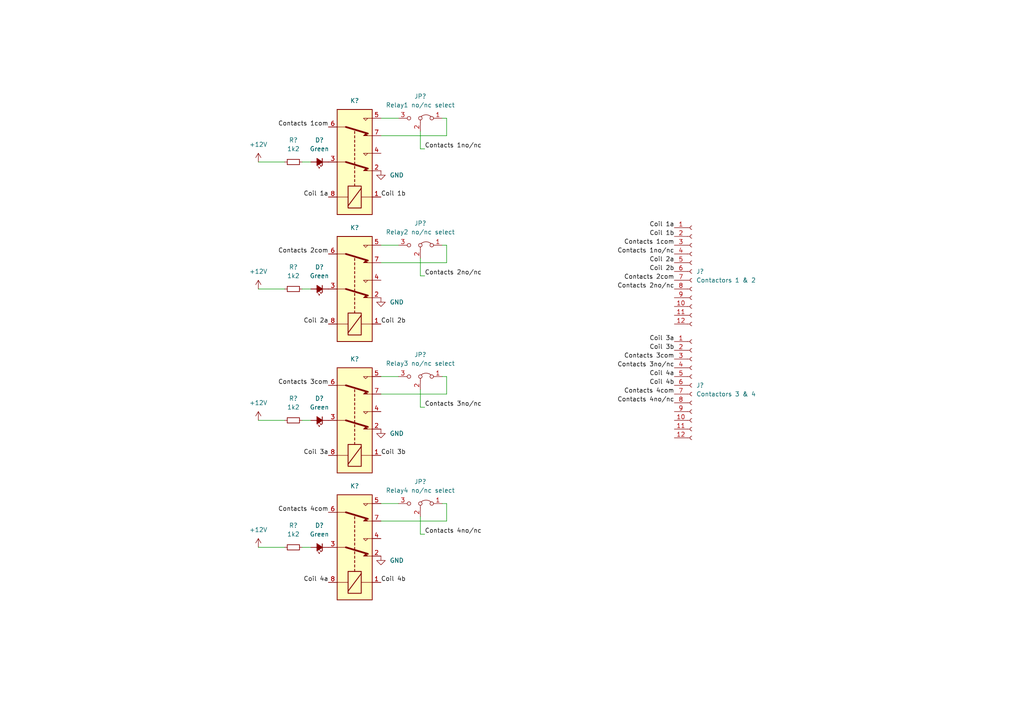
<source format=kicad_sch>
(kicad_sch (version 20211123) (generator eeschema)
  (paper "A4")
  (lib_symbols
    (symbol "Connector:Conn_01x12_Female" (pin_names (offset 1.016) hide)
      (property "Reference" "J" (at 0 15.24 0))
      (property "Value" "Conn_01x12_Female" (at 0 -17.78 0))
      (symbol "Conn_01x12_Female_1_1"
        (arc (start 0 -14.732) (mid -0.508 -15.24) (end 0 -15.748) (stroke (width 0.1524)))
        (arc (start 0 -12.192) (mid -0.508 -12.7) (end 0 -13.208) (stroke (width 0.1524)))
        (arc (start 0 -9.652) (mid -0.508 -10.16) (end 0 -10.668) (stroke (width 0.1524)))
        (arc (start 0 -7.112) (mid -0.508 -7.62) (end 0 -8.128) (stroke (width 0.1524)))
        (arc (start 0 -4.572) (mid -0.508 -5.08) (end 0 -5.588) (stroke (width 0.1524)))
        (arc (start 0 -2.032) (mid -0.508 -2.54) (end 0 -3.048) (stroke (width 0.1524)))
        (polyline (pts (xy -1.27 -15.24) (xy -0.508 -15.24)) (stroke (width 0.1524)))
        (polyline (pts (xy -1.27 -12.7) (xy -0.508 -12.7)) (stroke (width 0.1524)))
        (polyline (pts (xy -1.27 -10.16) (xy -0.508 -10.16)) (stroke (width 0.1524)))
        (polyline (pts (xy -1.27 -7.62) (xy -0.508 -7.62)) (stroke (width 0.1524)))
        (polyline (pts (xy -1.27 -5.08) (xy -0.508 -5.08)) (stroke (width 0.1524)))
        (polyline (pts (xy -1.27 -2.54) (xy -0.508 -2.54)) (stroke (width 0.1524)))
        (polyline (pts (xy -1.27 0) (xy -0.508 0)) (stroke (width 0.1524)))
        (polyline (pts (xy -1.27 2.54) (xy -0.508 2.54)) (stroke (width 0.1524)))
        (polyline (pts (xy -1.27 5.08) (xy -0.508 5.08)) (stroke (width 0.1524)))
        (polyline (pts (xy -1.27 7.62) (xy -0.508 7.62)) (stroke (width 0.1524)))
        (polyline (pts (xy -1.27 10.16) (xy -0.508 10.16)) (stroke (width 0.1524)))
        (polyline (pts (xy -1.27 12.7) (xy -0.508 12.7)) (stroke (width 0.1524)))
        (arc (start 0 0.508) (mid -0.508 0) (end 0 -0.508) (stroke (width 0.1524)))
        (arc (start 0 3.048) (mid -0.508 2.54) (end 0 2.032) (stroke (width 0.1524)))
        (arc (start 0 5.588) (mid -0.508 5.08) (end 0 4.572) (stroke (width 0.1524)))
        (arc (start 0 8.128) (mid -0.508 7.62) (end 0 7.112) (stroke (width 0.1524)))
        (arc (start 0 10.668) (mid -0.508 10.16) (end 0 9.652) (stroke (width 0.1524)))
        (arc (start 0 13.208) (mid -0.508 12.7) (end 0 12.192) (stroke (width 0.1524)))
        (pin passive line (at -5.08 12.7 0) (length 3.81) (name "Pin_1") (number "1"))
        (pin passive line (at -5.08 -10.16 0) (length 3.81) (name "Pin_10") (number "10"))
        (pin passive line (at -5.08 -12.7 0) (length 3.81) (name "Pin_11") (number "11"))
        (pin passive line (at -5.08 -15.24 0) (length 3.81) (name "Pin_12") (number "12"))
        (pin passive line (at -5.08 10.16 0) (length 3.81) (name "Pin_2") (number "2"))
        (pin passive line (at -5.08 7.62 0) (length 3.81) (name "Pin_3") (number "3"))
        (pin passive line (at -5.08 5.08 0) (length 3.81) (name "Pin_4") (number "4"))
        (pin passive line (at -5.08 2.54 0) (length 3.81) (name "Pin_5") (number "5"))
        (pin passive line (at -5.08 0 0) (length 3.81) (name "Pin_6") (number "6"))
        (pin passive line (at -5.08 -2.54 0) (length 3.81) (name "Pin_7") (number "7"))
        (pin passive line (at -5.08 -5.08 0) (length 3.81) (name "Pin_8") (number "8"))
        (pin passive line (at -5.08 -7.62 0) (length 3.81) (name "Pin_9") (number "9"))
      )
    )
    (symbol "Device:LED_Small_Filled" (pin_numbers hide) (pin_names (offset 0.254) hide)
      (property "Reference" "D" (at -1.27 3.175 0))
      (property "Value" "LED_Small_Filled" (at -4.445 -2.54 0))
      (symbol "LED_Small_Filled_0_1"
        (polyline (pts (xy -0.762 -1.016) (xy -0.762 1.016)) (stroke (width 0.254)))
        (polyline (pts (xy 1.016 0) (xy -0.762 0)))
        (polyline (pts (xy 0.762 -1.016) (xy -0.762 0) (xy 0.762 1.016) (xy 0.762 -1.016)) (stroke (width 0.254)) (fill (type outline)))
        (polyline (pts (xy 0 0.762) (xy -0.508 1.27) (xy -0.254 1.27) (xy -0.508 1.27) (xy -0.508 1.016)))
        (polyline (pts (xy 0.508 1.27) (xy 0 1.778) (xy 0.254 1.778) (xy 0 1.778) (xy 0 1.524)))
      )
      (symbol "LED_Small_Filled_1_1"
        (pin passive line (at -2.54 0 0) (length 1.778) (name "K") (number "1"))
        (pin passive line (at 2.54 0 180) (length 1.778) (name "A") (number "2"))
      )
    )
    (symbol "Device:R_Small" (pin_numbers hide) (pin_names (offset 0.254) hide)
      (property "Reference" "R" (at 0.762 0.508 0))
      (property "Value" "R_Small" (at 0.762 -1.016 0))
      (symbol "R_Small_0_1"
        (rectangle (start -0.762 1.778) (end 0.762 -1.778) (stroke (width 0.2032)))
      )
      (symbol "R_Small_1_1"
        (pin passive line (at 0 2.54 270) (length 0.762) (name "~") (number "1"))
        (pin passive line (at 0 -2.54 90) (length 0.762) (name "~") (number "2"))
      )
    )
    (symbol "Jumper:Jumper_3_Bridged12" (pin_names (offset 0) hide)
      (property "Reference" "JP" (at -2.54 -2.54 0))
      (property "Value" "Jumper_3_Bridged12" (at 0 2.794 0))
      (symbol "Jumper_3_Bridged12_0_0"
        (circle (center -3.302 0) (radius 0.508))
        (circle (center 0 0) (radius 0.508))
        (circle (center 3.302 0) (radius 0.508))
      )
      (symbol "Jumper_3_Bridged12_0_1"
        (arc (start -0.254 0.508) (mid -1.651 0.9912) (end -3.048 0.508))
        (polyline (pts (xy 0 -1.27) (xy 0 -0.508)))
      )
      (symbol "Jumper_3_Bridged12_1_1"
        (pin passive line (at -6.35 0 0) (length 2.54) (name "A") (number "1"))
        (pin passive line (at 0 -3.81 90) (length 2.54) (name "C") (number "2"))
        (pin passive line (at 6.35 0 180) (length 2.54) (name "B") (number "3"))
      )
    )
    (symbol "Relay:G2RL-2-DC24"
      (property "Reference" "RL" (at 16.51 3.81 0))
      (property "Value" "G2RL-2-DC24" (at 16.51 1.27 0))
      (symbol "G2RL-2-DC24_0_1"
        (rectangle (start -15.24 5.08) (end 15.24 -5.08) (stroke (width 0.254)) (fill (type background)))
        (rectangle (start -13.335 1.905) (end -6.985 -1.905) (stroke (width 0.254)))
        (polyline (pts (xy -12.7 -1.905) (xy -7.62 1.905)) (stroke (width 0.254)))
        (polyline (pts (xy -10.16 -5.08) (xy -10.16 -1.905)))
        (polyline (pts (xy -10.16 5.08) (xy -10.16 1.905)))
        (polyline (pts (xy -6.985 0) (xy -6.35 0)) (stroke (width 0.254)))
        (polyline (pts (xy -5.715 0) (xy -5.08 0)) (stroke (width 0.254)))
        (polyline (pts (xy -4.445 0) (xy -3.81 0)) (stroke (width 0.254)))
        (polyline (pts (xy -3.175 0) (xy -2.54 0)) (stroke (width 0.254)))
        (polyline (pts (xy -1.905 0) (xy -1.27 0)) (stroke (width 0.254)))
        (polyline (pts (xy -0.635 0) (xy 0 0)) (stroke (width 0.254)))
        (polyline (pts (xy 0 -2.54) (xy -1.905 3.81)) (stroke (width 0.508)))
        (polyline (pts (xy 0 -2.54) (xy 0 -5.08)))
        (polyline (pts (xy 0.635 0) (xy 1.27 0)) (stroke (width 0.254)))
        (polyline (pts (xy 1.905 0) (xy 2.54 0)) (stroke (width 0.254)))
        (polyline (pts (xy 3.175 0) (xy 3.81 0)) (stroke (width 0.254)))
        (polyline (pts (xy 4.445 0) (xy 5.08 0)) (stroke (width 0.254)))
        (polyline (pts (xy 5.715 0) (xy 6.35 0)) (stroke (width 0.254)))
        (polyline (pts (xy 6.985 0) (xy 7.62 0)) (stroke (width 0.254)))
        (polyline (pts (xy 8.255 0) (xy 8.89 0)) (stroke (width 0.254)))
        (polyline (pts (xy 10.16 -2.54) (xy 8.255 3.81)) (stroke (width 0.508)))
        (polyline (pts (xy 10.16 -2.54) (xy 10.16 -5.08)))
        (polyline (pts (xy -2.54 5.08) (xy -2.54 2.54) (xy -1.905 3.175) (xy -2.54 3.81)) (fill (type outline)))
        (polyline (pts (xy 2.54 5.08) (xy 2.54 2.54) (xy 1.905 3.175) (xy 2.54 3.81)))
        (polyline (pts (xy 7.62 5.08) (xy 7.62 2.54) (xy 8.255 3.175) (xy 7.62 3.81)) (fill (type outline)))
        (polyline (pts (xy 12.7 5.08) (xy 12.7 2.54) (xy 12.065 3.175) (xy 12.7 3.81)))
      )
      (symbol "G2RL-2-DC24_1_1"
        (pin passive line (at -10.16 7.62 270) (length 2.54) (name "~") (number "1"))
        (pin passive line (at -2.54 7.62 270) (length 2.54) (name "~") (number "2"))
        (pin passive line (at 0 -7.62 90) (length 2.54) (name "~") (number "3"))
        (pin passive line (at 2.54 7.62 270) (length 2.54) (name "~") (number "4"))
        (pin passive line (at 12.7 7.62 270) (length 2.54) (name "~") (number "5"))
        (pin passive line (at 10.16 -7.62 90) (length 2.54) (name "~") (number "6"))
        (pin passive line (at 7.62 7.62 270) (length 2.54) (name "~") (number "7"))
        (pin passive line (at -10.16 -7.62 90) (length 2.54) (name "~") (number "8"))
      )
    )
    (symbol "power:+12V" (power) (pin_names (offset 0))
      (property "Value" "+12V" (at 0 3.556 0))
      (symbol "+12V_0_1"
        (polyline (pts (xy -0.762 1.27) (xy 0 2.54)))
        (polyline (pts (xy 0 0) (xy 0 2.54)))
        (polyline (pts (xy 0 2.54) (xy 0.762 1.27)))
      )
      (symbol "+12V_1_1"
        (pin power_in line (at 0 0 90) (length 0) hide (name "+12V") (number "1"))
      )
    )
    (symbol "power:GND" (power) (pin_names (offset 0))
      (property "Value" "GND" (at 0 -3.81 0))
      (symbol "GND_0_1"
        (polyline (pts (xy 0 0) (xy 0 -1.27) (xy 1.27 -1.27) (xy 0 -2.54) (xy -1.27 -1.27) (xy 0 -1.27)))
      )
      (symbol "GND_1_1"
        (pin power_in line (at 0 0 270) (length 0) hide (name "GND") (number "1"))
      )
    )
  )
  (wire (pts (xy 129.54 109.22) (xy 129.54 114.3)))
  (wire (pts (xy 87.63 46.99) (xy 90.17 46.99)))
  (wire (pts (xy 128.27 71.12) (xy 129.54 71.12)))
  (wire (pts (xy 74.93 46.99) (xy 82.55 46.99)))
  (wire (pts (xy 121.92 38.1) (xy 121.92 43.18)))
  (wire (pts (xy 74.93 121.92) (xy 82.55 121.92)))
  (wire (pts (xy 87.63 83.82) (xy 90.17 83.82)))
  (wire (pts (xy 129.54 71.12) (xy 129.54 76.2)))
  (wire (pts (xy 129.54 34.29) (xy 129.54 39.37)))
  (wire (pts (xy 121.92 43.18) (xy 123.19 43.18)))
  (wire (pts (xy 87.63 121.92) (xy 90.17 121.92)))
  (wire (pts (xy 110.49 151.13) (xy 129.54 151.13)))
  (wire (pts (xy 110.49 76.2) (xy 129.54 76.2)))
  (wire (pts (xy 121.92 74.93) (xy 121.92 80.01)))
  (wire (pts (xy 128.27 109.22) (xy 129.54 109.22)))
  (wire (pts (xy 110.49 71.12) (xy 115.57 71.12)))
  (wire (pts (xy 121.92 149.86) (xy 121.92 154.94)))
  (wire (pts (xy 128.27 34.29) (xy 129.54 34.29)))
  (wire (pts (xy 121.92 80.01) (xy 123.19 80.01)))
  (wire (pts (xy 74.93 83.82) (xy 82.55 83.82)))
  (wire (pts (xy 87.63 158.75) (xy 90.17 158.75)))
  (wire (pts (xy 110.49 109.22) (xy 115.57 109.22)))
  (wire (pts (xy 128.27 146.05) (xy 129.54 146.05)))
  (wire (pts (xy 110.49 34.29) (xy 115.57 34.29)))
  (wire (pts (xy 110.49 39.37) (xy 129.54 39.37)))
  (wire (pts (xy 110.49 114.3) (xy 129.54 114.3)))
  (wire (pts (xy 121.92 113.03) (xy 121.92 118.11)))
  (wire (pts (xy 129.54 146.05) (xy 129.54 151.13)))
  (wire (pts (xy 110.49 146.05) (xy 115.57 146.05)))
  (wire (pts (xy 121.92 154.94) (xy 123.19 154.94)))
  (wire (pts (xy 121.92 118.11) (xy 123.19 118.11)))
  (wire (pts (xy 74.93 158.75) (xy 82.55 158.75)))
  (label "Contacts 1no{slash}nc" (at 123.19 43.18 0))
  (label "Contacts 3no{slash}nc" (at 195.58 106.68 180))
  (label "Coil 2a" (at 195.58 76.2 180))
  (label "Contacts 2no{slash}nc" (at 123.19 80.01 0))
  (label "Coil 4b" (at 110.49 168.91 0))
  (label "Contacts 4no{slash}nc" (at 195.58 116.84 180))
  (label "Contacts 3com" (at 95.25 111.76 180))
  (label "Coil 4a" (at 195.58 109.22 180))
  (label "Contacts 1no{slash}nc" (at 195.58 73.66 180))
  (label "Contacts 1com" (at 195.58 71.12 180))
  (label "Contacts 3com" (at 195.58 104.14 180))
  (label "Coil 1a" (at 195.58 66.04 180))
  (label "Coil 2a" (at 95.25 93.98 180))
  (label "Coil 1b" (at 110.49 57.15 0))
  (label "Coil 4b" (at 195.58 111.76 180))
  (label "Contacts 4no{slash}nc" (at 123.19 154.94 0))
  (label "Coil 3a" (at 195.58 99.06 180))
  (label "Coil 2b" (at 110.49 93.98 0))
  (label "Contacts 1com" (at 95.25 36.83 180))
  (label "Coil 4a" (at 95.25 168.91 180))
  (label "Coil 3a" (at 95.25 132.08 180))
  (label "Contacts 2no{slash}nc" (at 195.58 83.82 180))
  (label "Contacts 4com" (at 195.58 114.3 180))
  (label "Contacts 4com" (at 95.25 148.59 180))
  (label "Coil 1a" (at 95.25 57.15 180))
  (label "Contacts 2com" (at 195.58 81.28 180))
  (label "Coil 1b" (at 195.58 68.58 180))
  (label "Contacts 3no{slash}nc" (at 123.19 118.11 0))
  (label "Coil 3b" (at 195.58 101.6 180))
  (label "Coil 3b" (at 110.49 132.08 0))
  (label "Contacts 2com" (at 95.25 73.66 180))
  (label "Coil 2b" (at 195.58 78.74 180))
  (symbol (lib_id "Device:LED_Small_Filled") (at 92.71 121.92 180) (unit 1)
    (property "Reference" "D?" (at 92.6465 115.57 0))
    (property "Value" "Green" (at 92.6465 118.11 0))
    (property "Footprint" "Diode_SMD:D_1206_3216Metric_Pad1.42x1.75mm_HandSolder" (effects hide))
    (property "Datasheet" "https://www.we-online.com/katalog/datasheet/150080VS75000.pdf" (effects hide))
    (property "DigiKey #" "732-4986-1-ND" (effects hide))
    (property "Manufacturer #" "150080VS75000" (effects hide))
    (property "Manufacturer" "Würth Elektronik" (effects hide))
    (property "Farnell #" "2322081" (effects hide))
    (property "Mouser #" "710-150080VS75000" (effects hide))
    (property "RS #" "8154237P" (effects hide))
  )
  (symbol (lib_id "Connector:Conn_01x12_Female") (at 200.66 78.74 0) (unit 1)
    (property "Reference" "J?" (at 201.93 78.7399 0) (effects (justify left)))
    (property "Value" "Contactors 1 & 2" (at 201.93 81.2799 0) (effects (justify left)))
    (property "Footprint" "Connectors:Wurth P2.5 x 12" (effects hide))
  )
  (symbol (lib_id "power:GND") (at 110.49 161.29 0) (unit 1)
    (property "Reference" "#PWR?" (effects hide))
    (property "Value" "GND" (at 113.03 162.5599 0) (effects (justify left)))
  )
  (symbol (lib_id "Relay:G2RL-2-DC24") (at 102.87 158.75 270) (mirror x) (unit 1)
    (property "Reference" "K?" (at 102.87 140.97 90))
    (property "Value" "RM84-2012-35-1048" (effects hide))
    (property "Footprint" "Connectors:RM84-2012-35-1048" (effects hide))
    (property "DigiKey #" "Z117-ND" (effects hide))
    (property "Manufacture" "Omron Electronics Inc-EMC Div" (effects hide))
    (property "Manufacturer #" "G6K-2P DC12" (effects hide))
  )
  (symbol (lib_id "Jumper:Jumper_3_Bridged12") (at 121.92 34.29 0) (mirror y) (unit 1)
    (property "Reference" "JP?" (at 121.92 27.94 0))
    (property "Value" "Relay1 no/nc select" (at 121.92 30.48 0))
    (property "Footprint" "Jumper:SolderJumper-3_P1.3mm_Bridged12_Pad1.0x1.5mm_NumberLabels" (effects hide))
  )
  (symbol (lib_id "Connector:Conn_01x12_Female") (at 200.66 111.76 0) (unit 1)
    (property "Reference" "J?" (at 201.93 111.7599 0) (effects (justify left)))
    (property "Value" "Contactors 3 & 4" (at 201.93 114.2999 0) (effects (justify left)))
    (property "Footprint" "Connectors:Wurth P2.5 x 12" (effects hide))
  )
  (symbol (lib_id "power:+12V") (at 74.93 46.99 0) (unit 1)
    (property "Reference" "#PWR?" (effects hide))
    (property "Value" "+12V" (at 74.93 41.91 0))
  )
  (symbol (lib_id "Relay:G2RL-2-DC24") (at 102.87 46.99 270) (mirror x) (unit 1)
    (property "Reference" "K?" (at 102.87 29.21 90))
    (property "Value" "RM84-2012-35-1048" (effects hide))
    (property "Footprint" "Connectors:RM84-2012-35-1048" (effects hide))
    (property "DigiKey #" "Z117-ND" (effects hide))
    (property "Manufacture" "Omron Electronics Inc-EMC Div" (effects hide))
    (property "Manufacturer #" "G6K-2P DC12" (effects hide))
  )
  (symbol (lib_id "power:+12V") (at 74.93 83.82 0) (unit 1)
    (property "Reference" "#PWR?" (effects hide))
    (property "Value" "+12V" (at 74.93 78.74 0))
  )
  (symbol (lib_id "Device:R_Small") (at 85.09 46.99 90) (unit 1)
    (property "Reference" "R?" (at 85.09 40.64 90))
    (property "Value" "1k2" (at 85.09 43.18 90))
    (property "Footprint" "Resistor_SMD:R_1206_3216Metric_Pad1.30x1.75mm_HandSolder" (effects hide))
    (property "Datasheet" "https://industrial.panasonic.com/ww/products/pt/general-purpose-chip-resistors/models/ERJ6GEYJ681V" (effects hide))
    (property "DigiKey #" "P680ACT-ND" (effects hide))
    (property "Manufacturer #" "ERJ-6GEYJ681V" (effects hide))
    (property "Manufacturer" "Panasonic Electronics Company" (effects hide))
    (property "Farnell #" "2057697" (effects hide))
  )
  (symbol (lib_id "Device:R_Small") (at 85.09 121.92 90) (unit 1)
    (property "Reference" "R?" (at 85.09 115.57 90))
    (property "Value" "1k2" (at 85.09 118.11 90))
    (property "Footprint" "Resistor_SMD:R_1206_3216Metric_Pad1.30x1.75mm_HandSolder" (effects hide))
    (property "Datasheet" "https://industrial.panasonic.com/ww/products/pt/general-purpose-chip-resistors/models/ERJ6GEYJ681V" (effects hide))
    (property "DigiKey #" "P680ACT-ND" (effects hide))
    (property "Manufacturer #" "ERJ-6GEYJ681V" (effects hide))
    (property "Manufacturer" "Panasonic Electronics Company" (effects hide))
    (property "Farnell #" "2057697" (effects hide))
  )
  (symbol (lib_id "Jumper:Jumper_3_Bridged12") (at 121.92 109.22 0) (mirror y) (unit 1)
    (property "Reference" "JP?" (at 121.92 102.87 0))
    (property "Value" "Relay3 no/nc select" (at 121.92 105.41 0))
    (property "Footprint" "Jumper:SolderJumper-3_P1.3mm_Bridged12_Pad1.0x1.5mm_NumberLabels" (effects hide))
  )
  (symbol (lib_id "Device:R_Small") (at 85.09 83.82 90) (unit 1)
    (property "Reference" "R?" (at 85.09 77.47 90))
    (property "Value" "1k2" (at 85.09 80.01 90))
    (property "Footprint" "Resistor_SMD:R_1206_3216Metric_Pad1.30x1.75mm_HandSolder" (effects hide))
    (property "Datasheet" "https://industrial.panasonic.com/ww/products/pt/general-purpose-chip-resistors/models/ERJ6GEYJ681V" (effects hide))
    (property "DigiKey #" "P680ACT-ND" (effects hide))
    (property "Manufacturer #" "ERJ-6GEYJ681V" (effects hide))
    (property "Manufacturer" "Panasonic Electronics Company" (effects hide))
    (property "Farnell #" "2057697" (effects hide))
  )
  (symbol (lib_id "Jumper:Jumper_3_Bridged12") (at 121.92 71.12 0) (mirror y) (unit 1)
    (property "Reference" "JP?" (at 121.92 64.77 0))
    (property "Value" "Relay2 no/nc select" (at 121.92 67.31 0))
    (property "Footprint" "Jumper:SolderJumper-3_P1.3mm_Bridged12_Pad1.0x1.5mm_NumberLabels" (effects hide))
  )
  (symbol (lib_id "Device:LED_Small_Filled") (at 92.71 158.75 180) (unit 1)
    (property "Reference" "D?" (at 92.6465 152.4 0))
    (property "Value" "Green" (at 92.6465 154.94 0))
    (property "Footprint" "Diode_SMD:D_1206_3216Metric_Pad1.42x1.75mm_HandSolder" (effects hide))
    (property "Datasheet" "https://www.we-online.com/katalog/datasheet/150080VS75000.pdf" (effects hide))
    (property "DigiKey #" "732-4986-1-ND" (effects hide))
    (property "Manufacturer #" "150080VS75000" (effects hide))
    (property "Manufacturer" "Würth Elektronik" (effects hide))
    (property "Farnell #" "2322081" (effects hide))
    (property "Mouser #" "710-150080VS75000" (effects hide))
    (property "RS #" "8154237P" (effects hide))
  )
  (symbol (lib_id "Relay:G2RL-2-DC24") (at 102.87 121.92 270) (mirror x) (unit 1)
    (property "Reference" "K?" (at 102.87 104.14 90))
    (property "Value" "RM84-2012-35-1048" (effects hide))
    (property "Footprint" "Connectors:RM84-2012-35-1048" (effects hide))
    (property "DigiKey #" "Z117-ND" (effects hide))
    (property "Manufacture" "Omron Electronics Inc-EMC Div" (effects hide))
    (property "Manufacturer #" "G6K-2P DC12" (effects hide))
  )
  (symbol (lib_id "power:+12V") (at 74.93 121.92 0) (unit 1)
    (property "Reference" "#PWR?" (effects hide))
    (property "Value" "+12V" (at 74.93 116.84 0))
  )
  (symbol (lib_id "Device:LED_Small_Filled") (at 92.71 46.99 180) (unit 1)
    (property "Reference" "D?" (at 92.6465 40.64 0))
    (property "Value" "Green" (at 92.6465 43.18 0))
    (property "Footprint" "Diode_SMD:D_1206_3216Metric_Pad1.42x1.75mm_HandSolder" (effects hide))
    (property "Datasheet" "https://www.we-online.com/katalog/datasheet/150080VS75000.pdf" (effects hide))
    (property "DigiKey #" "732-4986-1-ND" (effects hide))
    (property "Manufacturer #" "150080VS75000" (effects hide))
    (property "Manufacturer" "Würth Elektronik" (effects hide))
    (property "Farnell #" "2322081" (effects hide))
    (property "Mouser #" "710-150080VS75000" (effects hide))
    (property "RS #" "8154237P" (effects hide))
  )
  (symbol (lib_id "power:GND") (at 110.49 124.46 0) (unit 1)
    (property "Reference" "#PWR?" (effects hide))
    (property "Value" "GND" (at 113.03 125.7299 0) (effects (justify left)))
  )
  (symbol (lib_id "power:+12V") (at 74.93 158.75 0) (unit 1)
    (property "Reference" "#PWR?" (effects hide))
    (property "Value" "+12V" (at 74.93 153.67 0))
  )
  (symbol (lib_id "Relay:G2RL-2-DC24") (at 102.87 83.82 270) (mirror x) (unit 1)
    (property "Reference" "K?" (at 102.87 66.04 90))
    (property "Value" "RM84-2012-35-1048" (effects hide))
    (property "Footprint" "Connectors:RM84-2012-35-1048" (effects hide))
    (property "DigiKey #" "Z117-ND" (effects hide))
    (property "Manufacture" "Omron Electronics Inc-EMC Div" (effects hide))
    (property "Manufacturer #" "G6K-2P DC12" (effects hide))
  )
  (symbol (lib_id "power:GND") (at 110.49 86.36 0) (unit 1)
    (property "Reference" "#PWR?" (effects hide))
    (property "Value" "GND" (at 113.03 87.6299 0) (effects (justify left)))
  )
  (symbol (lib_id "Jumper:Jumper_3_Bridged12") (at 121.92 146.05 0) (mirror y) (unit 1)
    (property "Reference" "JP?" (at 121.92 139.7 0))
    (property "Value" "Relay4 no/nc select" (at 121.92 142.24 0))
    (property "Footprint" "Jumper:SolderJumper-3_P1.3mm_Bridged12_Pad1.0x1.5mm_NumberLabels" (effects hide))
  )
  (symbol (lib_id "power:GND") (at 110.49 49.53 0) (unit 1)
    (property "Reference" "#PWR?" (effects hide))
    (property "Value" "GND" (at 113.03 50.7999 0) (effects (justify left)))
  )
  (symbol (lib_id "Device:LED_Small_Filled") (at 92.71 83.82 180) (unit 1)
    (property "Reference" "D?" (at 92.6465 77.47 0))
    (property "Value" "Green" (at 92.6465 80.01 0))
    (property "Footprint" "Diode_SMD:D_1206_3216Metric_Pad1.42x1.75mm_HandSolder" (effects hide))
    (property "Datasheet" "https://www.we-online.com/katalog/datasheet/150080VS75000.pdf" (effects hide))
    (property "DigiKey #" "732-4986-1-ND" (effects hide))
    (property "Manufacturer #" "150080VS75000" (effects hide))
    (property "Manufacturer" "Würth Elektronik" (effects hide))
    (property "Farnell #" "2322081" (effects hide))
    (property "Mouser #" "710-150080VS75000" (effects hide))
    (property "RS #" "8154237P" (effects hide))
  )
  (symbol (lib_id "Device:R_Small") (at 85.09 158.75 90) (unit 1)
    (property "Reference" "R?" (at 85.09 152.4 90))
    (property "Value" "1k2" (at 85.09 154.94 90))
    (property "Footprint" "Resistor_SMD:R_1206_3216Metric_Pad1.30x1.75mm_HandSolder" (effects hide))
    (property "Datasheet" "https://industrial.panasonic.com/ww/products/pt/general-purpose-chip-resistors/models/ERJ6GEYJ681V" (effects hide))
    (property "DigiKey #" "P680ACT-ND" (effects hide))
    (property "Manufacturer #" "ERJ-6GEYJ681V" (effects hide))
    (property "Manufacturer" "Panasonic Electronics Company" (effects hide))
    (property "Farnell #" "2057697" (effects hide))
  )
)
</source>
